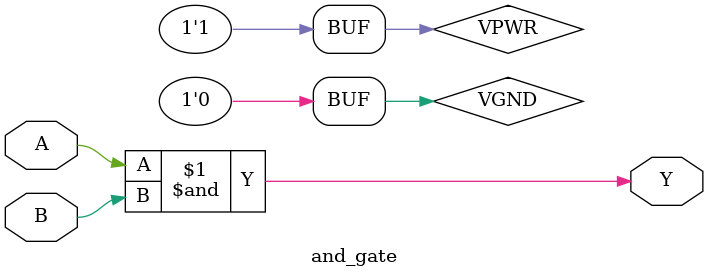
<source format=v>

module and_gate (
    input A, B,
    output Y
);

    // Voltage supply signals
    supply1 VPWR;
    supply0 VGND;

    and (Y, A, B); // gate output

endmodule

</source>
